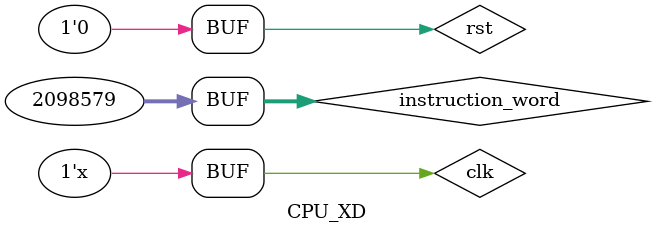
<source format=v>
`timescale 1ns / 1ps


module CPU_XD;

	// Inputs
	reg clk;
	reg rst;
	reg [31:0] instruction_word;

	// Outputs
	wire [31:0] Addition_result;
	wire RF_WRITING;
	wire [31:0] Alu_Result;
	// Instantiate the Unit Under Test (UUT)
	DataPath uut (
		.clk(clk), 
		.rst(rst), 
		.Addition_result(Addition_result), 
		.instruction_word(instruction_word), 
		.RF_WRITING(RF_WRITING),
		.Alu_Result(Alu_Result)
	);
always#5 clk = ~clk;
	initial begin
		// Initialize Inputs
		clk = 0;
		rst = 1;
		instruction_word = 0;

		// Wait 100 ns for global reset to finish
		#10;
		rst = 0;
		#10;
		instruction_word =  32'b00000000100000000000010100010011;
		#10;
		instruction_word =  32'b00000000001000000000010110010011;
		#10;
		
		/*instruction_word =  32'b00000000000100000000000010010011;
		#10;
		instruction_word =  32'b00000000000100000000000010010011;
		#10;
		instruction_word =  32'b00000000000100000000000000010011;
		#10;
      instruction_word =  32'b00000000000100000000000100110011;
		#10;*/
		// Add stimulus here

	end
endmodule

</source>
